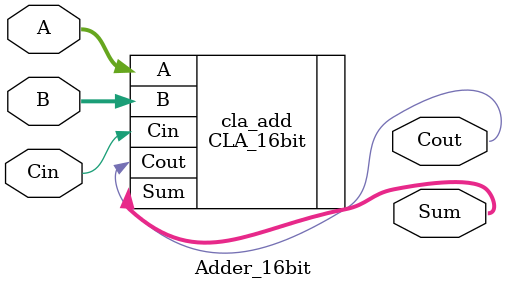
<source format=v>
`timescale 1ns / 1ps
module Adder_16bit (
    input  signed [15:0] A,
    input  signed [15:0] B,
    input         Cin,   
    output signed [15:0] Sum,
    output        Cout    
);
    CLA_16bit cla_add (
        .A(A),
        .B(B),
        .Cin(Cin),
        .Sum(Sum),
        .Cout(Cout)
    );
endmodule

</source>
